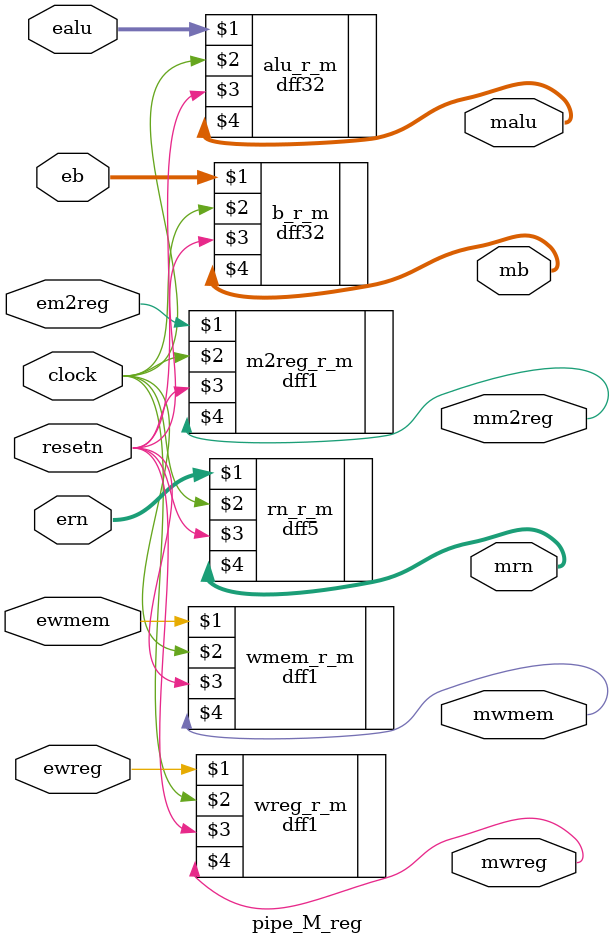
<source format=v>
module pipe_M_reg(ewreg, em2reg, ewmem, ealu, eb, ern, clock, resetn, mwreg, mm2reg, mwmem, malu, mb, mrn);
	input         ewreg, em2reg, ewmem, clock, resetn;
	input  [4:0]  ern;
	input  [31:0] ealu, eb;
	output        mwreg, mm2reg, mwmem;
	output [4:0]  mrn;
	output [31:0] malu, mb;

	dff1 wreg_r_m(ewreg, clock, resetn, mwreg);
	dff1 m2reg_r_m(em2reg, clock, resetn, mm2reg);
	dff1 wmem_r_m(ewmem, clock, resetn, mwmem);
	dff5 rn_r_m(ern, clock, resetn, mrn);
	dff32 alu_r_m(ealu, clock, resetn, malu);
	dff32 b_r_m(eb, clock, resetn, mb);
endmodule

</source>
